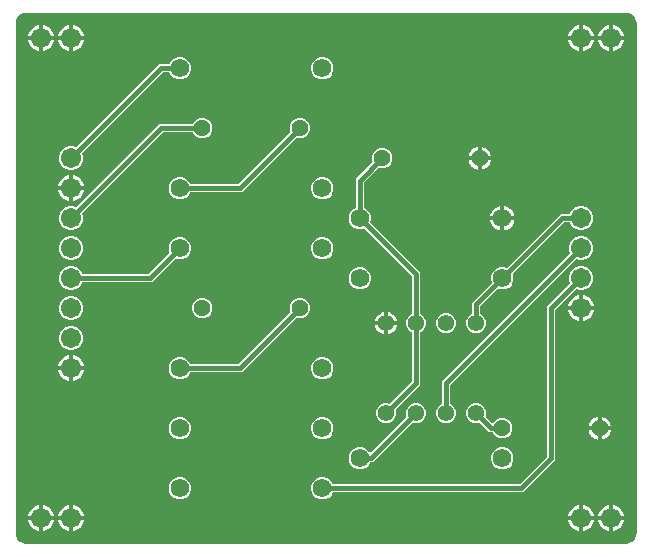
<source format=gbr>
G04 EAGLE Gerber RS-274X export*
G75*
%MOMM*%
%FSLAX34Y34*%
%LPD*%
%INTop Copper*%
%IPPOS*%
%AMOC8*
5,1,8,0,0,1.08239X$1,22.5*%
G01*
%ADD10C,1.430000*%
%ADD11C,1.705100*%
%ADD12C,1.580000*%
%ADD13C,1.386000*%
%ADD14C,0.406400*%

G36*
X520726Y3815D02*
X520726Y3815D01*
X520775Y3814D01*
X522360Y3971D01*
X522388Y3978D01*
X522416Y3978D01*
X522577Y4025D01*
X525507Y5238D01*
X525563Y5273D01*
X525623Y5299D01*
X525688Y5351D01*
X525716Y5368D01*
X525728Y5383D01*
X525754Y5404D01*
X527996Y7646D01*
X528035Y7699D01*
X528081Y7746D01*
X528121Y7819D01*
X528140Y7846D01*
X528146Y7864D01*
X528162Y7893D01*
X529375Y10823D01*
X529382Y10851D01*
X529395Y10876D01*
X529429Y11040D01*
X529586Y12625D01*
X529584Y12652D01*
X529589Y12700D01*
X529589Y444500D01*
X529585Y444526D01*
X529586Y444575D01*
X529429Y446160D01*
X529422Y446188D01*
X529422Y446216D01*
X529375Y446377D01*
X528162Y449307D01*
X528127Y449363D01*
X528101Y449423D01*
X528049Y449488D01*
X528032Y449516D01*
X528017Y449528D01*
X527996Y449554D01*
X525754Y451796D01*
X525701Y451835D01*
X525654Y451881D01*
X525581Y451921D01*
X525554Y451940D01*
X525536Y451946D01*
X525507Y451962D01*
X522577Y453175D01*
X522549Y453182D01*
X522524Y453195D01*
X522360Y453229D01*
X520775Y453386D01*
X520748Y453384D01*
X520700Y453389D01*
X12700Y453389D01*
X12674Y453385D01*
X12625Y453386D01*
X11040Y453229D01*
X11012Y453222D01*
X10984Y453222D01*
X10823Y453175D01*
X7893Y451962D01*
X7837Y451927D01*
X7777Y451901D01*
X7712Y451849D01*
X7684Y451832D01*
X7672Y451817D01*
X7646Y451796D01*
X5404Y449554D01*
X5365Y449501D01*
X5319Y449454D01*
X5279Y449381D01*
X5260Y449354D01*
X5254Y449336D01*
X5238Y449307D01*
X4025Y446377D01*
X4018Y446349D01*
X4005Y446324D01*
X4001Y446305D01*
X4000Y446302D01*
X3999Y446293D01*
X3971Y446160D01*
X3814Y444575D01*
X3816Y444548D01*
X3811Y444500D01*
X3811Y12700D01*
X3815Y12674D01*
X3814Y12625D01*
X3971Y11040D01*
X3978Y11012D01*
X3978Y10984D01*
X4025Y10823D01*
X5238Y7893D01*
X5273Y7837D01*
X5299Y7777D01*
X5351Y7712D01*
X5368Y7684D01*
X5383Y7672D01*
X5404Y7646D01*
X7646Y5404D01*
X7699Y5365D01*
X7746Y5319D01*
X7819Y5279D01*
X7846Y5260D01*
X7864Y5254D01*
X7893Y5238D01*
X10823Y4025D01*
X10851Y4018D01*
X10876Y4005D01*
X11040Y3971D01*
X12625Y3814D01*
X12652Y3816D01*
X12700Y3811D01*
X520700Y3811D01*
X520726Y3815D01*
G37*
%LPC*%
G36*
X261625Y41375D02*
X261625Y41375D01*
X258161Y42810D01*
X255510Y45461D01*
X254075Y48925D01*
X254075Y52675D01*
X255510Y56139D01*
X258161Y58790D01*
X261625Y60225D01*
X265375Y60225D01*
X268839Y58790D01*
X271490Y56139D01*
X272033Y54827D01*
X272095Y54727D01*
X272155Y54627D01*
X272160Y54623D01*
X272163Y54618D01*
X272254Y54543D01*
X272342Y54467D01*
X272348Y54465D01*
X272352Y54461D01*
X272461Y54419D01*
X272570Y54375D01*
X272577Y54374D01*
X272582Y54373D01*
X272600Y54372D01*
X272737Y54357D01*
X430011Y54357D01*
X430102Y54371D01*
X430192Y54379D01*
X430222Y54391D01*
X430254Y54396D01*
X430335Y54439D01*
X430419Y54475D01*
X430451Y54501D01*
X430472Y54512D01*
X430494Y54535D01*
X430550Y54580D01*
X453420Y77450D01*
X453473Y77524D01*
X453533Y77594D01*
X453545Y77624D01*
X453564Y77650D01*
X453591Y77737D01*
X453625Y77822D01*
X453629Y77863D01*
X453636Y77885D01*
X453635Y77917D01*
X453643Y77989D01*
X453643Y204673D01*
X473075Y224105D01*
X473142Y224199D01*
X473213Y224294D01*
X473215Y224300D01*
X473218Y224305D01*
X473253Y224416D01*
X473289Y224527D01*
X473289Y224534D01*
X473291Y224540D01*
X473288Y224657D01*
X473287Y224773D01*
X473285Y224781D01*
X473284Y224786D01*
X473278Y224803D01*
X473240Y224935D01*
X472550Y226601D01*
X472550Y230599D01*
X474080Y234293D01*
X476907Y237120D01*
X480601Y238650D01*
X484599Y238650D01*
X488293Y237120D01*
X491120Y234293D01*
X492650Y230599D01*
X492650Y226601D01*
X491120Y222907D01*
X488293Y220080D01*
X484599Y218550D01*
X480601Y218550D01*
X478935Y219240D01*
X478821Y219267D01*
X478707Y219295D01*
X478701Y219295D01*
X478695Y219296D01*
X478578Y219285D01*
X478462Y219276D01*
X478457Y219274D01*
X478450Y219273D01*
X478343Y219225D01*
X478236Y219180D01*
X478230Y219175D01*
X478225Y219173D01*
X478212Y219160D01*
X478105Y219075D01*
X460980Y201950D01*
X460927Y201876D01*
X460867Y201806D01*
X460855Y201776D01*
X460836Y201750D01*
X460809Y201663D01*
X460775Y201578D01*
X460771Y201537D01*
X460764Y201515D01*
X460765Y201483D01*
X460757Y201411D01*
X460757Y74727D01*
X433273Y47243D01*
X272737Y47243D01*
X272622Y47224D01*
X272506Y47207D01*
X272500Y47205D01*
X272494Y47204D01*
X272391Y47149D01*
X272286Y47096D01*
X272282Y47091D01*
X272277Y47088D01*
X272197Y47004D01*
X272114Y46920D01*
X272111Y46914D01*
X272107Y46910D01*
X272099Y46893D01*
X272033Y46773D01*
X271490Y45461D01*
X268839Y42810D01*
X265375Y41375D01*
X261625Y41375D01*
G37*
%LPD*%
%LPC*%
G36*
X315818Y105845D02*
X315818Y105845D01*
X312711Y107132D01*
X310332Y109511D01*
X309045Y112618D01*
X309045Y115982D01*
X310332Y119089D01*
X312711Y121468D01*
X315818Y122755D01*
X319182Y122755D01*
X319944Y122439D01*
X320058Y122412D01*
X320171Y122384D01*
X320178Y122384D01*
X320184Y122383D01*
X320300Y122394D01*
X320417Y122403D01*
X320422Y122405D01*
X320429Y122406D01*
X320536Y122454D01*
X320643Y122499D01*
X320649Y122504D01*
X320653Y122506D01*
X320667Y122518D01*
X320774Y122604D01*
X339120Y140950D01*
X339173Y141024D01*
X339233Y141094D01*
X339245Y141124D01*
X339264Y141150D01*
X339291Y141237D01*
X339325Y141322D01*
X339329Y141363D01*
X339336Y141385D01*
X339335Y141417D01*
X339343Y141489D01*
X339343Y182313D01*
X339324Y182428D01*
X339307Y182544D01*
X339305Y182550D01*
X339304Y182556D01*
X339249Y182659D01*
X339196Y182763D01*
X339191Y182768D01*
X339188Y182773D01*
X339104Y182853D01*
X339020Y182936D01*
X339014Y182939D01*
X339010Y182943D01*
X338993Y182951D01*
X338873Y183017D01*
X338111Y183332D01*
X335732Y185711D01*
X334445Y188818D01*
X334445Y192182D01*
X335732Y195289D01*
X338111Y197668D01*
X338873Y197983D01*
X338973Y198045D01*
X339009Y198067D01*
X339042Y198084D01*
X339047Y198089D01*
X339073Y198105D01*
X339077Y198110D01*
X339082Y198113D01*
X339157Y198203D01*
X339175Y198224D01*
X339212Y198263D01*
X339216Y198272D01*
X339233Y198292D01*
X339235Y198298D01*
X339239Y198303D01*
X339281Y198411D01*
X339284Y198418D01*
X339315Y198486D01*
X339317Y198500D01*
X339325Y198520D01*
X339326Y198528D01*
X339327Y198532D01*
X339328Y198550D01*
X339343Y198687D01*
X339343Y230011D01*
X339329Y230102D01*
X339321Y230192D01*
X339309Y230222D01*
X339304Y230254D01*
X339261Y230335D01*
X339225Y230419D01*
X339199Y230451D01*
X339188Y230472D01*
X339165Y230494D01*
X339120Y230550D01*
X299316Y270354D01*
X299222Y270421D01*
X299128Y270492D01*
X299122Y270494D01*
X299117Y270497D01*
X299006Y270531D01*
X298894Y270568D01*
X298887Y270568D01*
X298882Y270570D01*
X298765Y270567D01*
X298648Y270565D01*
X298641Y270563D01*
X298636Y270563D01*
X298618Y270557D01*
X298487Y270519D01*
X297175Y269975D01*
X293425Y269975D01*
X289961Y271410D01*
X287310Y274061D01*
X285875Y277525D01*
X285875Y281275D01*
X287310Y284739D01*
X289961Y287390D01*
X291273Y287933D01*
X291373Y287995D01*
X291473Y288055D01*
X291477Y288060D01*
X291482Y288063D01*
X291557Y288154D01*
X291633Y288242D01*
X291635Y288248D01*
X291639Y288252D01*
X291681Y288361D01*
X291725Y288470D01*
X291726Y288477D01*
X291727Y288482D01*
X291728Y288500D01*
X291743Y288637D01*
X291743Y312673D01*
X294050Y314980D01*
X305828Y326758D01*
X305896Y326853D01*
X305966Y326946D01*
X305968Y326952D01*
X305971Y326957D01*
X306006Y327069D01*
X306042Y327180D01*
X306042Y327187D01*
X306044Y327193D01*
X306041Y327309D01*
X306039Y327426D01*
X306037Y327433D01*
X306037Y327438D01*
X306031Y327456D01*
X305993Y327587D01*
X305625Y328474D01*
X305625Y331926D01*
X306946Y335114D01*
X309386Y337554D01*
X312574Y338875D01*
X316026Y338875D01*
X319214Y337554D01*
X321654Y335114D01*
X322975Y331926D01*
X322975Y328474D01*
X321654Y325286D01*
X319214Y322846D01*
X316026Y321525D01*
X312574Y321525D01*
X311687Y321893D01*
X311574Y321919D01*
X311460Y321948D01*
X311454Y321947D01*
X311448Y321949D01*
X311331Y321938D01*
X311215Y321929D01*
X311209Y321926D01*
X311203Y321926D01*
X311095Y321878D01*
X310989Y321833D01*
X310983Y321828D01*
X310978Y321826D01*
X310964Y321813D01*
X310858Y321728D01*
X299080Y309950D01*
X299027Y309876D01*
X298967Y309806D01*
X298955Y309776D01*
X298936Y309750D01*
X298909Y309663D01*
X298875Y309578D01*
X298871Y309537D01*
X298864Y309515D01*
X298865Y309483D01*
X298857Y309411D01*
X298857Y288637D01*
X298876Y288522D01*
X298893Y288406D01*
X298895Y288400D01*
X298896Y288394D01*
X298951Y288291D01*
X299004Y288186D01*
X299009Y288182D01*
X299012Y288177D01*
X299096Y288097D01*
X299180Y288014D01*
X299186Y288011D01*
X299190Y288007D01*
X299207Y287999D01*
X299327Y287933D01*
X300639Y287390D01*
X303290Y284739D01*
X304725Y281275D01*
X304725Y277525D01*
X304181Y276213D01*
X304155Y276100D01*
X304126Y275986D01*
X304127Y275980D01*
X304125Y275974D01*
X304136Y275857D01*
X304145Y275741D01*
X304148Y275735D01*
X304148Y275729D01*
X304196Y275621D01*
X304241Y275515D01*
X304246Y275509D01*
X304248Y275504D01*
X304261Y275490D01*
X304346Y275384D01*
X344150Y235580D01*
X346457Y233273D01*
X346457Y198687D01*
X346460Y198669D01*
X346458Y198651D01*
X346477Y198565D01*
X346493Y198456D01*
X346495Y198450D01*
X346496Y198444D01*
X346507Y198424D01*
X346510Y198411D01*
X346545Y198353D01*
X346551Y198341D01*
X346604Y198237D01*
X346609Y198232D01*
X346612Y198227D01*
X346632Y198208D01*
X346636Y198200D01*
X346672Y198169D01*
X346696Y198147D01*
X346780Y198064D01*
X346786Y198061D01*
X346790Y198057D01*
X346807Y198049D01*
X346821Y198041D01*
X346823Y198040D01*
X346827Y198038D01*
X346927Y197983D01*
X347689Y197668D01*
X350068Y195289D01*
X351355Y192182D01*
X351355Y188818D01*
X350068Y185711D01*
X347689Y183332D01*
X346927Y183017D01*
X346827Y182955D01*
X346727Y182895D01*
X346723Y182890D01*
X346718Y182887D01*
X346643Y182797D01*
X346567Y182708D01*
X346565Y182702D01*
X346561Y182697D01*
X346519Y182589D01*
X346475Y182480D01*
X346474Y182472D01*
X346473Y182468D01*
X346472Y182450D01*
X346457Y182313D01*
X346457Y138227D01*
X325804Y117574D01*
X325736Y117480D01*
X325666Y117385D01*
X325664Y117379D01*
X325660Y117374D01*
X325626Y117263D01*
X325590Y117151D01*
X325590Y117145D01*
X325588Y117139D01*
X325591Y117022D01*
X325592Y116905D01*
X325594Y116898D01*
X325594Y116893D01*
X325601Y116876D01*
X325639Y116744D01*
X325955Y115982D01*
X325955Y112618D01*
X324668Y109511D01*
X322289Y107132D01*
X319182Y105845D01*
X315818Y105845D01*
G37*
%LPD*%
%LPC*%
G36*
X366618Y105845D02*
X366618Y105845D01*
X363511Y107132D01*
X361132Y109511D01*
X359845Y112618D01*
X359845Y115982D01*
X361132Y119089D01*
X363511Y121468D01*
X364273Y121783D01*
X364373Y121845D01*
X364473Y121905D01*
X364477Y121910D01*
X364482Y121913D01*
X364557Y122003D01*
X364633Y122092D01*
X364635Y122098D01*
X364639Y122103D01*
X364681Y122211D01*
X364725Y122320D01*
X364726Y122328D01*
X364727Y122332D01*
X364728Y122350D01*
X364743Y122487D01*
X364743Y141173D01*
X473075Y249505D01*
X473142Y249599D01*
X473213Y249694D01*
X473215Y249700D01*
X473218Y249705D01*
X473253Y249816D01*
X473289Y249927D01*
X473289Y249934D01*
X473291Y249940D01*
X473288Y250057D01*
X473287Y250173D01*
X473285Y250181D01*
X473284Y250186D01*
X473278Y250203D01*
X473240Y250335D01*
X472550Y252001D01*
X472550Y255999D01*
X474080Y259693D01*
X476907Y262520D01*
X480601Y264050D01*
X484599Y264050D01*
X488293Y262520D01*
X491120Y259693D01*
X492650Y255999D01*
X492650Y252001D01*
X491120Y248307D01*
X488293Y245480D01*
X484599Y243950D01*
X480601Y243950D01*
X478935Y244640D01*
X478821Y244667D01*
X478707Y244695D01*
X478701Y244695D01*
X478695Y244696D01*
X478578Y244685D01*
X478462Y244676D01*
X478457Y244674D01*
X478450Y244673D01*
X478343Y244625D01*
X478236Y244580D01*
X478230Y244575D01*
X478225Y244573D01*
X478212Y244560D01*
X478105Y244475D01*
X372080Y138450D01*
X372027Y138376D01*
X371967Y138306D01*
X371955Y138276D01*
X371936Y138250D01*
X371909Y138163D01*
X371875Y138078D01*
X371871Y138037D01*
X371864Y138015D01*
X371865Y137983D01*
X371857Y137911D01*
X371857Y122487D01*
X371876Y122372D01*
X371893Y122256D01*
X371895Y122250D01*
X371896Y122244D01*
X371951Y122141D01*
X372004Y122037D01*
X372009Y122032D01*
X372012Y122027D01*
X372096Y121947D01*
X372180Y121864D01*
X372186Y121861D01*
X372190Y121857D01*
X372207Y121849D01*
X372327Y121783D01*
X373089Y121468D01*
X375468Y119089D01*
X376755Y115982D01*
X376755Y112618D01*
X375468Y109511D01*
X373089Y107132D01*
X369982Y105845D01*
X366618Y105845D01*
G37*
%LPD*%
%LPC*%
G36*
X392018Y182045D02*
X392018Y182045D01*
X388911Y183332D01*
X386532Y185711D01*
X385245Y188818D01*
X385245Y192182D01*
X386532Y195289D01*
X388911Y197668D01*
X389673Y197983D01*
X389773Y198045D01*
X389809Y198067D01*
X389842Y198084D01*
X389847Y198089D01*
X389873Y198105D01*
X389877Y198110D01*
X389882Y198113D01*
X389957Y198203D01*
X389975Y198224D01*
X390012Y198263D01*
X390016Y198272D01*
X390033Y198292D01*
X390035Y198298D01*
X390039Y198303D01*
X390081Y198411D01*
X390084Y198418D01*
X390115Y198486D01*
X390117Y198500D01*
X390125Y198520D01*
X390126Y198528D01*
X390127Y198532D01*
X390128Y198550D01*
X390143Y198687D01*
X390143Y207873D01*
X406854Y224584D01*
X406921Y224678D01*
X406992Y224772D01*
X406994Y224778D01*
X406997Y224783D01*
X407031Y224894D01*
X407068Y225006D01*
X407068Y225013D01*
X407070Y225018D01*
X407067Y225135D01*
X407065Y225252D01*
X407063Y225259D01*
X407063Y225264D01*
X407057Y225282D01*
X407019Y225413D01*
X406475Y226725D01*
X406475Y230475D01*
X407910Y233939D01*
X410561Y236590D01*
X414025Y238025D01*
X417775Y238025D01*
X419087Y237481D01*
X419200Y237455D01*
X419314Y237426D01*
X419320Y237427D01*
X419326Y237425D01*
X419443Y237436D01*
X419559Y237445D01*
X419565Y237448D01*
X419571Y237448D01*
X419679Y237496D01*
X419785Y237541D01*
X419791Y237546D01*
X419796Y237548D01*
X419810Y237561D01*
X419916Y237646D01*
X462920Y280650D01*
X465227Y282957D01*
X472686Y282957D01*
X472801Y282976D01*
X472917Y282993D01*
X472923Y282995D01*
X472929Y282996D01*
X473032Y283051D01*
X473136Y283104D01*
X473141Y283109D01*
X473146Y283112D01*
X473226Y283196D01*
X473309Y283280D01*
X473312Y283286D01*
X473316Y283290D01*
X473324Y283307D01*
X473390Y283427D01*
X474080Y285093D01*
X476907Y287920D01*
X480601Y289450D01*
X484599Y289450D01*
X488293Y287920D01*
X491120Y285093D01*
X492650Y281399D01*
X492650Y277401D01*
X491120Y273707D01*
X488293Y270880D01*
X484599Y269350D01*
X480601Y269350D01*
X476907Y270880D01*
X474080Y273707D01*
X473390Y275373D01*
X473328Y275473D01*
X473268Y275573D01*
X473263Y275577D01*
X473260Y275582D01*
X473169Y275657D01*
X473081Y275733D01*
X473075Y275735D01*
X473071Y275739D01*
X472962Y275781D01*
X472853Y275825D01*
X472845Y275826D01*
X472841Y275827D01*
X472823Y275828D01*
X472686Y275843D01*
X468489Y275843D01*
X468398Y275829D01*
X468308Y275821D01*
X468278Y275809D01*
X468246Y275804D01*
X468165Y275761D01*
X468081Y275725D01*
X468049Y275699D01*
X468028Y275688D01*
X468006Y275665D01*
X467950Y275620D01*
X424946Y232616D01*
X424879Y232522D01*
X424808Y232428D01*
X424806Y232422D01*
X424803Y232417D01*
X424769Y232306D01*
X424732Y232194D01*
X424732Y232187D01*
X424730Y232182D01*
X424733Y232065D01*
X424735Y231948D01*
X424737Y231941D01*
X424737Y231936D01*
X424743Y231918D01*
X424781Y231787D01*
X425325Y230475D01*
X425325Y226725D01*
X423890Y223261D01*
X421239Y220610D01*
X417775Y219175D01*
X414025Y219175D01*
X412713Y219719D01*
X412600Y219745D01*
X412486Y219774D01*
X412480Y219773D01*
X412474Y219775D01*
X412357Y219764D01*
X412241Y219755D01*
X412235Y219752D01*
X412229Y219752D01*
X412121Y219704D01*
X412015Y219659D01*
X412009Y219654D01*
X412004Y219652D01*
X411990Y219639D01*
X411884Y219554D01*
X397480Y205150D01*
X397427Y205076D01*
X397367Y205006D01*
X397355Y204976D01*
X397336Y204950D01*
X397309Y204863D01*
X397275Y204778D01*
X397271Y204737D01*
X397264Y204715D01*
X397265Y204683D01*
X397257Y204611D01*
X397257Y198687D01*
X397260Y198669D01*
X397258Y198651D01*
X397277Y198565D01*
X397293Y198456D01*
X397295Y198450D01*
X397296Y198444D01*
X397307Y198424D01*
X397310Y198411D01*
X397345Y198353D01*
X397351Y198341D01*
X397404Y198237D01*
X397409Y198232D01*
X397412Y198227D01*
X397432Y198208D01*
X397436Y198200D01*
X397472Y198169D01*
X397496Y198147D01*
X397580Y198064D01*
X397586Y198061D01*
X397590Y198057D01*
X397607Y198049D01*
X397621Y198041D01*
X397623Y198040D01*
X397627Y198038D01*
X397727Y197983D01*
X398489Y197668D01*
X400868Y195289D01*
X402155Y192182D01*
X402155Y188818D01*
X400868Y185711D01*
X398489Y183332D01*
X395382Y182045D01*
X392018Y182045D01*
G37*
%LPD*%
%LPC*%
G36*
X48801Y269350D02*
X48801Y269350D01*
X45107Y270880D01*
X42280Y273707D01*
X40750Y277401D01*
X40750Y281399D01*
X42280Y285093D01*
X45107Y287920D01*
X48801Y289450D01*
X52799Y289450D01*
X54465Y288760D01*
X54579Y288733D01*
X54693Y288705D01*
X54699Y288705D01*
X54705Y288704D01*
X54821Y288715D01*
X54938Y288724D01*
X54943Y288726D01*
X54950Y288727D01*
X55057Y288775D01*
X55164Y288820D01*
X55170Y288825D01*
X55175Y288827D01*
X55188Y288840D01*
X55295Y288925D01*
X123220Y356850D01*
X125527Y359157D01*
X153475Y359157D01*
X153590Y359176D01*
X153706Y359193D01*
X153712Y359195D01*
X153718Y359196D01*
X153820Y359251D01*
X153925Y359304D01*
X153930Y359309D01*
X153935Y359312D01*
X154015Y359396D01*
X154098Y359480D01*
X154101Y359486D01*
X154105Y359490D01*
X154112Y359507D01*
X154178Y359627D01*
X154546Y360514D01*
X156986Y362954D01*
X160174Y364275D01*
X163626Y364275D01*
X166814Y362954D01*
X169254Y360514D01*
X170575Y357326D01*
X170575Y353874D01*
X169254Y350686D01*
X166814Y348246D01*
X163626Y346925D01*
X160174Y346925D01*
X156986Y348246D01*
X154546Y350686D01*
X154178Y351573D01*
X154117Y351673D01*
X154057Y351773D01*
X154052Y351777D01*
X154049Y351782D01*
X153959Y351857D01*
X153870Y351933D01*
X153864Y351935D01*
X153859Y351939D01*
X153751Y351981D01*
X153642Y352025D01*
X153634Y352026D01*
X153630Y352027D01*
X153611Y352028D01*
X153475Y352043D01*
X128789Y352043D01*
X128698Y352029D01*
X128608Y352021D01*
X128578Y352009D01*
X128546Y352004D01*
X128465Y351961D01*
X128381Y351925D01*
X128349Y351899D01*
X128328Y351888D01*
X128306Y351865D01*
X128250Y351820D01*
X60325Y283895D01*
X60257Y283800D01*
X60187Y283706D01*
X60185Y283700D01*
X60181Y283695D01*
X60147Y283584D01*
X60111Y283472D01*
X60111Y283466D01*
X60109Y283460D01*
X60112Y283343D01*
X60113Y283227D01*
X60115Y283219D01*
X60115Y283214D01*
X60122Y283197D01*
X60160Y283065D01*
X60850Y281399D01*
X60850Y277401D01*
X59320Y273707D01*
X56493Y270880D01*
X52799Y269350D01*
X48801Y269350D01*
G37*
%LPD*%
%LPC*%
G36*
X48801Y320150D02*
X48801Y320150D01*
X45107Y321680D01*
X42280Y324507D01*
X40750Y328201D01*
X40750Y332199D01*
X42280Y335893D01*
X45107Y338720D01*
X48801Y340250D01*
X52799Y340250D01*
X54465Y339560D01*
X54532Y339544D01*
X54542Y339540D01*
X54555Y339539D01*
X54579Y339533D01*
X54693Y339505D01*
X54699Y339505D01*
X54705Y339504D01*
X54822Y339515D01*
X54938Y339524D01*
X54944Y339526D01*
X54950Y339527D01*
X55057Y339575D01*
X55164Y339620D01*
X55170Y339625D01*
X55175Y339627D01*
X55188Y339640D01*
X55231Y339674D01*
X55237Y339677D01*
X55243Y339684D01*
X55295Y339725D01*
X123220Y407650D01*
X125527Y409957D01*
X133663Y409957D01*
X133778Y409976D01*
X133894Y409993D01*
X133900Y409995D01*
X133906Y409996D01*
X134009Y410051D01*
X134114Y410104D01*
X134118Y410109D01*
X134123Y410112D01*
X134203Y410196D01*
X134286Y410280D01*
X134289Y410286D01*
X134293Y410290D01*
X134301Y410307D01*
X134367Y410427D01*
X134910Y411739D01*
X137561Y414390D01*
X141025Y415825D01*
X144775Y415825D01*
X148239Y414390D01*
X150890Y411739D01*
X152325Y408275D01*
X152325Y404525D01*
X150890Y401061D01*
X148239Y398410D01*
X144775Y396975D01*
X141025Y396975D01*
X137561Y398410D01*
X134910Y401061D01*
X134367Y402373D01*
X134305Y402473D01*
X134245Y402573D01*
X134240Y402577D01*
X134237Y402582D01*
X134146Y402657D01*
X134058Y402733D01*
X134052Y402735D01*
X134048Y402739D01*
X133939Y402781D01*
X133830Y402825D01*
X133823Y402826D01*
X133818Y402827D01*
X133800Y402828D01*
X133663Y402843D01*
X128789Y402843D01*
X128698Y402829D01*
X128608Y402821D01*
X128578Y402809D01*
X128546Y402804D01*
X128465Y402761D01*
X128381Y402725D01*
X128349Y402699D01*
X128328Y402688D01*
X128306Y402665D01*
X128250Y402620D01*
X60325Y334695D01*
X60278Y334629D01*
X60270Y334621D01*
X60267Y334614D01*
X60258Y334601D01*
X60187Y334506D01*
X60185Y334500D01*
X60182Y334495D01*
X60147Y334385D01*
X60111Y334273D01*
X60111Y334266D01*
X60109Y334260D01*
X60112Y334143D01*
X60113Y334027D01*
X60115Y334019D01*
X60116Y334014D01*
X60122Y333997D01*
X60160Y333865D01*
X60850Y332199D01*
X60850Y328201D01*
X59320Y324507D01*
X56493Y321680D01*
X52799Y320150D01*
X48801Y320150D01*
G37*
%LPD*%
%LPC*%
G36*
X141025Y295375D02*
X141025Y295375D01*
X137561Y296810D01*
X134910Y299461D01*
X133475Y302925D01*
X133475Y306675D01*
X134910Y310139D01*
X137561Y312790D01*
X141025Y314225D01*
X144775Y314225D01*
X148239Y312790D01*
X150890Y310139D01*
X151433Y308827D01*
X151495Y308727D01*
X151555Y308627D01*
X151560Y308623D01*
X151563Y308618D01*
X151653Y308543D01*
X151742Y308467D01*
X151748Y308465D01*
X151752Y308461D01*
X151861Y308419D01*
X151970Y308375D01*
X151978Y308374D01*
X151982Y308373D01*
X152000Y308372D01*
X152137Y308357D01*
X191911Y308357D01*
X192002Y308371D01*
X192092Y308379D01*
X192122Y308391D01*
X192154Y308396D01*
X192235Y308439D01*
X192319Y308475D01*
X192351Y308501D01*
X192372Y308512D01*
X192394Y308535D01*
X192450Y308580D01*
X236028Y352158D01*
X236096Y352253D01*
X236166Y352346D01*
X236168Y352352D01*
X236171Y352357D01*
X236206Y352469D01*
X236242Y352580D01*
X236242Y352587D01*
X236244Y352593D01*
X236241Y352709D01*
X236239Y352826D01*
X236237Y352833D01*
X236237Y352838D01*
X236231Y352856D01*
X236193Y352987D01*
X235825Y353874D01*
X235825Y357326D01*
X237146Y360514D01*
X239586Y362954D01*
X242774Y364275D01*
X246226Y364275D01*
X249414Y362954D01*
X251854Y360514D01*
X253175Y357326D01*
X253175Y353874D01*
X251854Y350686D01*
X249414Y348246D01*
X246226Y346925D01*
X242774Y346925D01*
X241887Y347293D01*
X241774Y347319D01*
X241660Y347348D01*
X241654Y347347D01*
X241648Y347349D01*
X241531Y347338D01*
X241415Y347329D01*
X241409Y347326D01*
X241403Y347326D01*
X241295Y347278D01*
X241189Y347233D01*
X241183Y347228D01*
X241178Y347226D01*
X241164Y347213D01*
X241058Y347128D01*
X197480Y303550D01*
X195173Y301243D01*
X152137Y301243D01*
X152022Y301224D01*
X151906Y301207D01*
X151900Y301205D01*
X151894Y301204D01*
X151791Y301149D01*
X151686Y301096D01*
X151682Y301091D01*
X151677Y301088D01*
X151597Y301004D01*
X151514Y300920D01*
X151511Y300914D01*
X151507Y300910D01*
X151499Y300893D01*
X151433Y300773D01*
X150890Y299461D01*
X148239Y296810D01*
X144775Y295375D01*
X141025Y295375D01*
G37*
%LPD*%
%LPC*%
G36*
X141025Y142975D02*
X141025Y142975D01*
X137561Y144410D01*
X134910Y147061D01*
X133475Y150525D01*
X133475Y154275D01*
X134910Y157739D01*
X137561Y160390D01*
X141025Y161825D01*
X144775Y161825D01*
X148239Y160390D01*
X150890Y157739D01*
X151433Y156427D01*
X151495Y156327D01*
X151555Y156227D01*
X151560Y156223D01*
X151563Y156218D01*
X151654Y156143D01*
X151742Y156067D01*
X151748Y156065D01*
X151752Y156061D01*
X151861Y156019D01*
X151970Y155975D01*
X151977Y155974D01*
X151982Y155973D01*
X152000Y155972D01*
X152137Y155957D01*
X191911Y155957D01*
X192002Y155971D01*
X192092Y155979D01*
X192122Y155991D01*
X192154Y155996D01*
X192235Y156039D01*
X192319Y156075D01*
X192351Y156101D01*
X192372Y156112D01*
X192394Y156135D01*
X192450Y156180D01*
X236028Y199758D01*
X236096Y199853D01*
X236166Y199946D01*
X236168Y199952D01*
X236171Y199957D01*
X236206Y200069D01*
X236242Y200180D01*
X236242Y200187D01*
X236244Y200193D01*
X236241Y200309D01*
X236239Y200426D01*
X236237Y200433D01*
X236237Y200438D01*
X236231Y200456D01*
X236193Y200587D01*
X235825Y201474D01*
X235825Y204926D01*
X237146Y208114D01*
X239586Y210554D01*
X242774Y211875D01*
X246226Y211875D01*
X249414Y210554D01*
X251854Y208114D01*
X253175Y204926D01*
X253175Y201474D01*
X251854Y198286D01*
X249414Y195846D01*
X246226Y194525D01*
X242774Y194525D01*
X241887Y194893D01*
X241774Y194919D01*
X241660Y194948D01*
X241654Y194947D01*
X241648Y194949D01*
X241531Y194938D01*
X241415Y194929D01*
X241409Y194926D01*
X241403Y194926D01*
X241295Y194878D01*
X241189Y194833D01*
X241183Y194828D01*
X241178Y194826D01*
X241164Y194813D01*
X241058Y194728D01*
X197480Y151150D01*
X195173Y148843D01*
X152137Y148843D01*
X152022Y148824D01*
X151906Y148807D01*
X151900Y148805D01*
X151894Y148804D01*
X151791Y148749D01*
X151686Y148696D01*
X151682Y148691D01*
X151677Y148688D01*
X151597Y148604D01*
X151514Y148520D01*
X151511Y148514D01*
X151507Y148510D01*
X151499Y148493D01*
X151433Y148373D01*
X150890Y147061D01*
X148239Y144410D01*
X144775Y142975D01*
X141025Y142975D01*
G37*
%LPD*%
%LPC*%
G36*
X48801Y218550D02*
X48801Y218550D01*
X45107Y220080D01*
X42280Y222907D01*
X40750Y226601D01*
X40750Y230599D01*
X42280Y234293D01*
X45107Y237120D01*
X48801Y238650D01*
X52799Y238650D01*
X56493Y237120D01*
X59320Y234293D01*
X60010Y232627D01*
X60072Y232527D01*
X60132Y232427D01*
X60137Y232423D01*
X60140Y232418D01*
X60231Y232343D01*
X60319Y232267D01*
X60325Y232265D01*
X60329Y232261D01*
X60438Y232219D01*
X60547Y232175D01*
X60555Y232174D01*
X60559Y232173D01*
X60577Y232172D01*
X60714Y232157D01*
X115711Y232157D01*
X115802Y232171D01*
X115892Y232179D01*
X115922Y232191D01*
X115954Y232196D01*
X116035Y232239D01*
X116119Y232275D01*
X116151Y232301D01*
X116172Y232312D01*
X116194Y232335D01*
X116250Y232380D01*
X133854Y249984D01*
X133921Y250078D01*
X133992Y250172D01*
X133994Y250178D01*
X133997Y250183D01*
X134031Y250294D01*
X134068Y250406D01*
X134068Y250413D01*
X134070Y250418D01*
X134067Y250535D01*
X134065Y250652D01*
X134063Y250659D01*
X134063Y250664D01*
X134057Y250682D01*
X134019Y250813D01*
X133475Y252125D01*
X133475Y255875D01*
X134910Y259339D01*
X137561Y261990D01*
X141025Y263425D01*
X144775Y263425D01*
X148239Y261990D01*
X150890Y259339D01*
X152325Y255875D01*
X152325Y252125D01*
X150890Y248661D01*
X148239Y246010D01*
X144775Y244575D01*
X141025Y244575D01*
X139713Y245119D01*
X139600Y245145D01*
X139486Y245174D01*
X139480Y245173D01*
X139474Y245175D01*
X139357Y245164D01*
X139241Y245155D01*
X139235Y245152D01*
X139229Y245152D01*
X139121Y245104D01*
X139015Y245059D01*
X139009Y245054D01*
X139004Y245052D01*
X138990Y245039D01*
X138884Y244954D01*
X118973Y225043D01*
X60714Y225043D01*
X60599Y225024D01*
X60483Y225007D01*
X60477Y225005D01*
X60471Y225004D01*
X60368Y224949D01*
X60264Y224896D01*
X60259Y224891D01*
X60254Y224888D01*
X60174Y224804D01*
X60091Y224720D01*
X60088Y224714D01*
X60084Y224710D01*
X60076Y224693D01*
X60010Y224573D01*
X59320Y222907D01*
X56493Y220080D01*
X52799Y218550D01*
X48801Y218550D01*
G37*
%LPD*%
%LPC*%
G36*
X293425Y66775D02*
X293425Y66775D01*
X289961Y68210D01*
X287310Y70861D01*
X285875Y74325D01*
X285875Y78075D01*
X287310Y81539D01*
X289961Y84190D01*
X293425Y85625D01*
X297175Y85625D01*
X300639Y84190D01*
X303290Y81539D01*
X303387Y81305D01*
X303411Y81266D01*
X303427Y81223D01*
X303475Y81162D01*
X303516Y81096D01*
X303552Y81067D01*
X303580Y81031D01*
X303646Y80989D01*
X303706Y80939D01*
X303748Y80923D01*
X303787Y80898D01*
X303863Y80879D01*
X303935Y80851D01*
X303981Y80849D01*
X304026Y80838D01*
X304103Y80844D01*
X304181Y80841D01*
X304225Y80853D01*
X304271Y80857D01*
X304342Y80887D01*
X304417Y80909D01*
X304455Y80935D01*
X304497Y80953D01*
X304604Y81039D01*
X304619Y81049D01*
X304622Y81053D01*
X304628Y81058D01*
X334596Y111026D01*
X334664Y111121D01*
X334734Y111215D01*
X334736Y111221D01*
X334740Y111226D01*
X334773Y111336D01*
X334810Y111449D01*
X334810Y111455D01*
X334812Y111461D01*
X334809Y111578D01*
X334808Y111695D01*
X334806Y111702D01*
X334806Y111707D01*
X334799Y111724D01*
X334761Y111856D01*
X334445Y112618D01*
X334445Y115982D01*
X335732Y119089D01*
X338111Y121468D01*
X341218Y122755D01*
X344582Y122755D01*
X347689Y121468D01*
X350068Y119089D01*
X351355Y115982D01*
X351355Y112618D01*
X350068Y109511D01*
X347689Y107132D01*
X344582Y105845D01*
X341218Y105845D01*
X340456Y106161D01*
X340342Y106188D01*
X340229Y106216D01*
X340222Y106216D01*
X340216Y106217D01*
X340100Y106206D01*
X339983Y106197D01*
X339978Y106195D01*
X339971Y106194D01*
X339864Y106146D01*
X339757Y106101D01*
X339751Y106096D01*
X339747Y106094D01*
X339733Y106082D01*
X339626Y105996D01*
X306273Y72643D01*
X304537Y72643D01*
X304422Y72624D01*
X304306Y72607D01*
X304300Y72605D01*
X304294Y72604D01*
X304191Y72549D01*
X304086Y72496D01*
X304082Y72491D01*
X304077Y72488D01*
X303997Y72404D01*
X303914Y72320D01*
X303911Y72314D01*
X303907Y72310D01*
X303899Y72293D01*
X303833Y72173D01*
X303290Y70861D01*
X300639Y68210D01*
X297175Y66775D01*
X293425Y66775D01*
G37*
%LPD*%
%LPC*%
G36*
X414174Y92925D02*
X414174Y92925D01*
X410986Y94246D01*
X408546Y96686D01*
X408178Y97573D01*
X408117Y97673D01*
X408057Y97773D01*
X408052Y97777D01*
X408049Y97782D01*
X407959Y97857D01*
X407870Y97933D01*
X407864Y97935D01*
X407859Y97939D01*
X407751Y97981D01*
X407642Y98025D01*
X407634Y98026D01*
X407630Y98027D01*
X407611Y98028D01*
X407475Y98043D01*
X404927Y98043D01*
X396974Y105996D01*
X396880Y106064D01*
X396785Y106134D01*
X396779Y106136D01*
X396774Y106140D01*
X396663Y106174D01*
X396551Y106210D01*
X396545Y106210D01*
X396539Y106212D01*
X396422Y106209D01*
X396305Y106208D01*
X396298Y106206D01*
X396293Y106206D01*
X396276Y106199D01*
X396144Y106161D01*
X395382Y105845D01*
X392018Y105845D01*
X388911Y107132D01*
X386532Y109511D01*
X385245Y112618D01*
X385245Y115982D01*
X386532Y119089D01*
X388911Y121468D01*
X392018Y122755D01*
X395382Y122755D01*
X398489Y121468D01*
X400868Y119089D01*
X402155Y115982D01*
X402155Y112618D01*
X401839Y111856D01*
X401812Y111742D01*
X401784Y111629D01*
X401784Y111622D01*
X401783Y111616D01*
X401794Y111499D01*
X401803Y111383D01*
X401805Y111378D01*
X401806Y111371D01*
X401854Y111264D01*
X401899Y111157D01*
X401904Y111151D01*
X401906Y111147D01*
X401918Y111133D01*
X402004Y111026D01*
X407146Y105884D01*
X407183Y105857D01*
X407214Y105824D01*
X407282Y105786D01*
X407346Y105741D01*
X407389Y105727D01*
X407430Y105705D01*
X407506Y105691D01*
X407581Y105668D01*
X407626Y105669D01*
X407672Y105661D01*
X407749Y105673D01*
X407827Y105675D01*
X407870Y105690D01*
X407915Y105697D01*
X407984Y105732D01*
X408058Y105759D01*
X408093Y105788D01*
X408134Y105809D01*
X408189Y105864D01*
X408250Y105913D01*
X408274Y105951D01*
X408307Y105984D01*
X408372Y106104D01*
X408383Y106120D01*
X408384Y106125D01*
X408387Y106131D01*
X408546Y106514D01*
X410986Y108954D01*
X414174Y110275D01*
X417626Y110275D01*
X420814Y108954D01*
X423254Y106514D01*
X424575Y103326D01*
X424575Y99874D01*
X423254Y96686D01*
X420814Y94246D01*
X417626Y92925D01*
X414174Y92925D01*
G37*
%LPD*%
%LPC*%
G36*
X48801Y167750D02*
X48801Y167750D01*
X45107Y169280D01*
X42280Y172107D01*
X40750Y175801D01*
X40750Y179799D01*
X42280Y183493D01*
X45107Y186320D01*
X48801Y187850D01*
X52799Y187850D01*
X56493Y186320D01*
X59320Y183493D01*
X60850Y179799D01*
X60850Y175801D01*
X59320Y172107D01*
X56493Y169280D01*
X52799Y167750D01*
X48801Y167750D01*
G37*
%LPD*%
%LPC*%
G36*
X48801Y193150D02*
X48801Y193150D01*
X45107Y194680D01*
X42280Y197507D01*
X40750Y201201D01*
X40750Y205199D01*
X42280Y208893D01*
X45107Y211720D01*
X48801Y213250D01*
X52799Y213250D01*
X56493Y211720D01*
X59320Y208893D01*
X60850Y205199D01*
X60850Y201201D01*
X59320Y197507D01*
X56493Y194680D01*
X52799Y193150D01*
X48801Y193150D01*
G37*
%LPD*%
%LPC*%
G36*
X48801Y243950D02*
X48801Y243950D01*
X45107Y245480D01*
X42280Y248307D01*
X40750Y252001D01*
X40750Y255999D01*
X42280Y259693D01*
X45107Y262520D01*
X48801Y264050D01*
X52799Y264050D01*
X56493Y262520D01*
X59320Y259693D01*
X60850Y255999D01*
X60850Y252001D01*
X59320Y248307D01*
X56493Y245480D01*
X52799Y243950D01*
X48801Y243950D01*
G37*
%LPD*%
%LPC*%
G36*
X261625Y244575D02*
X261625Y244575D01*
X258161Y246010D01*
X255510Y248661D01*
X254075Y252125D01*
X254075Y255875D01*
X255510Y259339D01*
X258161Y261990D01*
X261625Y263425D01*
X265375Y263425D01*
X268839Y261990D01*
X271490Y259339D01*
X272925Y255875D01*
X272925Y252125D01*
X271490Y248661D01*
X268839Y246010D01*
X265375Y244575D01*
X261625Y244575D01*
G37*
%LPD*%
%LPC*%
G36*
X141025Y41375D02*
X141025Y41375D01*
X137561Y42810D01*
X134910Y45461D01*
X133475Y48925D01*
X133475Y52675D01*
X134910Y56139D01*
X137561Y58790D01*
X141025Y60225D01*
X144775Y60225D01*
X148239Y58790D01*
X150890Y56139D01*
X152325Y52675D01*
X152325Y48925D01*
X150890Y45461D01*
X148239Y42810D01*
X144775Y41375D01*
X141025Y41375D01*
G37*
%LPD*%
%LPC*%
G36*
X261625Y396975D02*
X261625Y396975D01*
X258161Y398410D01*
X255510Y401061D01*
X254075Y404525D01*
X254075Y408275D01*
X255510Y411739D01*
X258161Y414390D01*
X261625Y415825D01*
X265375Y415825D01*
X268839Y414390D01*
X271490Y411739D01*
X272925Y408275D01*
X272925Y404525D01*
X271490Y401061D01*
X268839Y398410D01*
X265375Y396975D01*
X261625Y396975D01*
G37*
%LPD*%
%LPC*%
G36*
X414025Y66775D02*
X414025Y66775D01*
X410561Y68210D01*
X407910Y70861D01*
X406475Y74325D01*
X406475Y78075D01*
X407910Y81539D01*
X410561Y84190D01*
X414025Y85625D01*
X417775Y85625D01*
X421239Y84190D01*
X423890Y81539D01*
X425325Y78075D01*
X425325Y74325D01*
X423890Y70861D01*
X421239Y68210D01*
X417775Y66775D01*
X414025Y66775D01*
G37*
%LPD*%
%LPC*%
G36*
X141025Y92175D02*
X141025Y92175D01*
X137561Y93610D01*
X134910Y96261D01*
X133475Y99725D01*
X133475Y103475D01*
X134910Y106939D01*
X137561Y109590D01*
X141025Y111025D01*
X144775Y111025D01*
X148239Y109590D01*
X150890Y106939D01*
X152325Y103475D01*
X152325Y99725D01*
X150890Y96261D01*
X148239Y93610D01*
X144775Y92175D01*
X141025Y92175D01*
G37*
%LPD*%
%LPC*%
G36*
X261625Y92175D02*
X261625Y92175D01*
X258161Y93610D01*
X255510Y96261D01*
X254075Y99725D01*
X254075Y103475D01*
X255510Y106939D01*
X258161Y109590D01*
X261625Y111025D01*
X265375Y111025D01*
X268839Y109590D01*
X271490Y106939D01*
X272925Y103475D01*
X272925Y99725D01*
X271490Y96261D01*
X268839Y93610D01*
X265375Y92175D01*
X261625Y92175D01*
G37*
%LPD*%
%LPC*%
G36*
X261625Y142975D02*
X261625Y142975D01*
X258161Y144410D01*
X255510Y147061D01*
X254075Y150525D01*
X254075Y154275D01*
X255510Y157739D01*
X258161Y160390D01*
X261625Y161825D01*
X265375Y161825D01*
X268839Y160390D01*
X271490Y157739D01*
X272925Y154275D01*
X272925Y150525D01*
X271490Y147061D01*
X268839Y144410D01*
X265375Y142975D01*
X261625Y142975D01*
G37*
%LPD*%
%LPC*%
G36*
X261625Y295375D02*
X261625Y295375D01*
X258161Y296810D01*
X255510Y299461D01*
X254075Y302925D01*
X254075Y306675D01*
X255510Y310139D01*
X258161Y312790D01*
X261625Y314225D01*
X265375Y314225D01*
X268839Y312790D01*
X271490Y310139D01*
X272925Y306675D01*
X272925Y302925D01*
X271490Y299461D01*
X268839Y296810D01*
X265375Y295375D01*
X261625Y295375D01*
G37*
%LPD*%
%LPC*%
G36*
X293425Y219175D02*
X293425Y219175D01*
X289961Y220610D01*
X287310Y223261D01*
X285875Y226725D01*
X285875Y230475D01*
X287310Y233939D01*
X289961Y236590D01*
X293425Y238025D01*
X297175Y238025D01*
X300639Y236590D01*
X303290Y233939D01*
X304725Y230475D01*
X304725Y226725D01*
X303290Y223261D01*
X300639Y220610D01*
X297175Y219175D01*
X293425Y219175D01*
G37*
%LPD*%
%LPC*%
G36*
X160174Y194525D02*
X160174Y194525D01*
X156986Y195846D01*
X154546Y198286D01*
X153225Y201474D01*
X153225Y204926D01*
X154546Y208114D01*
X156986Y210554D01*
X160174Y211875D01*
X163626Y211875D01*
X166814Y210554D01*
X169254Y208114D01*
X170575Y204926D01*
X170575Y201474D01*
X169254Y198286D01*
X166814Y195846D01*
X163626Y194525D01*
X160174Y194525D01*
G37*
%LPD*%
%LPC*%
G36*
X366618Y182045D02*
X366618Y182045D01*
X363511Y183332D01*
X361132Y185711D01*
X359845Y188818D01*
X359845Y192182D01*
X361132Y195289D01*
X363511Y197668D01*
X366618Y198955D01*
X369982Y198955D01*
X373089Y197668D01*
X375468Y195289D01*
X376755Y192182D01*
X376755Y188818D01*
X375468Y185711D01*
X373089Y183332D01*
X369982Y182045D01*
X366618Y182045D01*
G37*
%LPD*%
%LPC*%
G36*
X26923Y433323D02*
X26923Y433323D01*
X26923Y442763D01*
X27991Y442594D01*
X29648Y442055D01*
X31200Y441265D01*
X32609Y440241D01*
X33841Y439009D01*
X34865Y437600D01*
X35655Y436048D01*
X36194Y434391D01*
X36363Y433323D01*
X26923Y433323D01*
G37*
%LPD*%
%LPC*%
G36*
X509523Y433323D02*
X509523Y433323D01*
X509523Y442763D01*
X510591Y442594D01*
X512248Y442055D01*
X513800Y441265D01*
X515209Y440241D01*
X516441Y439009D01*
X517465Y437600D01*
X518255Y436048D01*
X518794Y434391D01*
X518963Y433323D01*
X509523Y433323D01*
G37*
%LPD*%
%LPC*%
G36*
X484123Y433323D02*
X484123Y433323D01*
X484123Y442763D01*
X485191Y442594D01*
X486848Y442055D01*
X488400Y441265D01*
X489809Y440241D01*
X491041Y439009D01*
X492065Y437600D01*
X492855Y436048D01*
X493394Y434391D01*
X493563Y433323D01*
X484123Y433323D01*
G37*
%LPD*%
%LPC*%
G36*
X52323Y433323D02*
X52323Y433323D01*
X52323Y442763D01*
X53391Y442594D01*
X55048Y442055D01*
X56600Y441265D01*
X58009Y440241D01*
X59241Y439009D01*
X60265Y437600D01*
X61055Y436048D01*
X61594Y434391D01*
X61763Y433323D01*
X52323Y433323D01*
G37*
%LPD*%
%LPC*%
G36*
X26923Y26923D02*
X26923Y26923D01*
X26923Y36363D01*
X27991Y36194D01*
X29648Y35655D01*
X31200Y34865D01*
X32609Y33841D01*
X33841Y32609D01*
X34865Y31200D01*
X35655Y29648D01*
X36194Y27991D01*
X36363Y26923D01*
X26923Y26923D01*
G37*
%LPD*%
%LPC*%
G36*
X52323Y26923D02*
X52323Y26923D01*
X52323Y36363D01*
X53391Y36194D01*
X55048Y35655D01*
X56600Y34865D01*
X58009Y33841D01*
X59241Y32609D01*
X60265Y31200D01*
X61055Y29648D01*
X61594Y27991D01*
X61763Y26923D01*
X52323Y26923D01*
G37*
%LPD*%
%LPC*%
G36*
X509523Y26923D02*
X509523Y26923D01*
X509523Y36363D01*
X510591Y36194D01*
X512248Y35655D01*
X513800Y34865D01*
X515209Y33841D01*
X516441Y32609D01*
X517465Y31200D01*
X518255Y29648D01*
X518794Y27991D01*
X518963Y26923D01*
X509523Y26923D01*
G37*
%LPD*%
%LPC*%
G36*
X484123Y204723D02*
X484123Y204723D01*
X484123Y214163D01*
X485191Y213994D01*
X486848Y213455D01*
X488400Y212665D01*
X489809Y211641D01*
X491041Y210409D01*
X492065Y209000D01*
X492855Y207448D01*
X493394Y205791D01*
X493563Y204723D01*
X484123Y204723D01*
G37*
%LPD*%
%LPC*%
G36*
X52323Y306323D02*
X52323Y306323D01*
X52323Y315763D01*
X53391Y315594D01*
X55048Y315055D01*
X56600Y314265D01*
X58009Y313241D01*
X59241Y312009D01*
X60265Y310600D01*
X61055Y309048D01*
X61594Y307391D01*
X61763Y306323D01*
X52323Y306323D01*
G37*
%LPD*%
%LPC*%
G36*
X52323Y153923D02*
X52323Y153923D01*
X52323Y163363D01*
X53391Y163194D01*
X55048Y162655D01*
X56600Y161865D01*
X58009Y160841D01*
X59241Y159609D01*
X60265Y158200D01*
X61055Y156648D01*
X61594Y154991D01*
X61763Y153923D01*
X52323Y153923D01*
G37*
%LPD*%
%LPC*%
G36*
X484123Y26923D02*
X484123Y26923D01*
X484123Y36363D01*
X485191Y36194D01*
X486848Y35655D01*
X488400Y34865D01*
X489809Y33841D01*
X491041Y32609D01*
X492065Y31200D01*
X492855Y29648D01*
X493394Y27991D01*
X493563Y26923D01*
X484123Y26923D01*
G37*
%LPD*%
%LPC*%
G36*
X14437Y433323D02*
X14437Y433323D01*
X14606Y434391D01*
X15145Y436048D01*
X15935Y437600D01*
X16959Y439009D01*
X18191Y440241D01*
X19600Y441265D01*
X21152Y442055D01*
X22809Y442594D01*
X23877Y442763D01*
X23877Y433323D01*
X14437Y433323D01*
G37*
%LPD*%
%LPC*%
G36*
X39837Y433323D02*
X39837Y433323D01*
X40006Y434391D01*
X40545Y436048D01*
X41335Y437600D01*
X42359Y439009D01*
X43591Y440241D01*
X45000Y441265D01*
X46552Y442055D01*
X48209Y442594D01*
X49277Y442763D01*
X49277Y433323D01*
X39837Y433323D01*
G37*
%LPD*%
%LPC*%
G36*
X471637Y433323D02*
X471637Y433323D01*
X471806Y434391D01*
X472345Y436048D01*
X473135Y437600D01*
X474159Y439009D01*
X475391Y440241D01*
X476800Y441265D01*
X478352Y442055D01*
X480009Y442594D01*
X481077Y442763D01*
X481077Y433323D01*
X471637Y433323D01*
G37*
%LPD*%
%LPC*%
G36*
X497037Y433323D02*
X497037Y433323D01*
X497206Y434391D01*
X497745Y436048D01*
X498535Y437600D01*
X499559Y439009D01*
X500791Y440241D01*
X502200Y441265D01*
X503752Y442055D01*
X505409Y442594D01*
X506477Y442763D01*
X506477Y433323D01*
X497037Y433323D01*
G37*
%LPD*%
%LPC*%
G36*
X484123Y23877D02*
X484123Y23877D01*
X493563Y23877D01*
X493394Y22809D01*
X492855Y21152D01*
X492065Y19600D01*
X491041Y18191D01*
X489809Y16959D01*
X488400Y15935D01*
X486848Y15145D01*
X485191Y14606D01*
X484123Y14437D01*
X484123Y23877D01*
G37*
%LPD*%
%LPC*%
G36*
X52323Y23877D02*
X52323Y23877D01*
X61763Y23877D01*
X61594Y22809D01*
X61055Y21152D01*
X60265Y19600D01*
X59241Y18191D01*
X58009Y16959D01*
X56600Y15935D01*
X55048Y15145D01*
X53391Y14606D01*
X52323Y14437D01*
X52323Y23877D01*
G37*
%LPD*%
%LPC*%
G36*
X509523Y430277D02*
X509523Y430277D01*
X518963Y430277D01*
X518794Y429209D01*
X518255Y427552D01*
X517465Y426000D01*
X516441Y424591D01*
X515209Y423359D01*
X513800Y422335D01*
X512248Y421545D01*
X510591Y421006D01*
X509523Y420837D01*
X509523Y430277D01*
G37*
%LPD*%
%LPC*%
G36*
X484123Y430277D02*
X484123Y430277D01*
X493563Y430277D01*
X493394Y429209D01*
X492855Y427552D01*
X492065Y426000D01*
X491041Y424591D01*
X489809Y423359D01*
X488400Y422335D01*
X486848Y421545D01*
X485191Y421006D01*
X484123Y420837D01*
X484123Y430277D01*
G37*
%LPD*%
%LPC*%
G36*
X52323Y430277D02*
X52323Y430277D01*
X61763Y430277D01*
X61594Y429209D01*
X61055Y427552D01*
X60265Y426000D01*
X59241Y424591D01*
X58009Y423359D01*
X56600Y422335D01*
X55048Y421545D01*
X53391Y421006D01*
X52323Y420837D01*
X52323Y430277D01*
G37*
%LPD*%
%LPC*%
G36*
X26923Y430277D02*
X26923Y430277D01*
X36363Y430277D01*
X36194Y429209D01*
X35655Y427552D01*
X34865Y426000D01*
X33841Y424591D01*
X32609Y423359D01*
X31200Y422335D01*
X29648Y421545D01*
X27991Y421006D01*
X26923Y420837D01*
X26923Y430277D01*
G37*
%LPD*%
%LPC*%
G36*
X39837Y306323D02*
X39837Y306323D01*
X40006Y307391D01*
X40545Y309048D01*
X41335Y310600D01*
X42359Y312009D01*
X43591Y313241D01*
X45000Y314265D01*
X46552Y315055D01*
X48209Y315594D01*
X49277Y315763D01*
X49277Y306323D01*
X39837Y306323D01*
G37*
%LPD*%
%LPC*%
G36*
X52323Y303277D02*
X52323Y303277D01*
X61763Y303277D01*
X61594Y302209D01*
X61055Y300552D01*
X60265Y299000D01*
X59241Y297591D01*
X58009Y296359D01*
X56600Y295335D01*
X55048Y294545D01*
X53391Y294006D01*
X52323Y293837D01*
X52323Y303277D01*
G37*
%LPD*%
%LPC*%
G36*
X471637Y204723D02*
X471637Y204723D01*
X471806Y205791D01*
X472345Y207448D01*
X473135Y209000D01*
X474159Y210409D01*
X475391Y211641D01*
X476800Y212665D01*
X478352Y213455D01*
X480009Y213994D01*
X481077Y214163D01*
X481077Y204723D01*
X471637Y204723D01*
G37*
%LPD*%
%LPC*%
G36*
X26923Y23877D02*
X26923Y23877D01*
X36363Y23877D01*
X36194Y22809D01*
X35655Y21152D01*
X34865Y19600D01*
X33841Y18191D01*
X32609Y16959D01*
X31200Y15935D01*
X29648Y15145D01*
X27991Y14606D01*
X26923Y14437D01*
X26923Y23877D01*
G37*
%LPD*%
%LPC*%
G36*
X484123Y201677D02*
X484123Y201677D01*
X493563Y201677D01*
X493394Y200609D01*
X492855Y198952D01*
X492065Y197400D01*
X491041Y195991D01*
X489809Y194759D01*
X488400Y193735D01*
X486848Y192945D01*
X485191Y192406D01*
X484123Y192237D01*
X484123Y201677D01*
G37*
%LPD*%
%LPC*%
G36*
X39837Y153923D02*
X39837Y153923D01*
X40006Y154991D01*
X40545Y156648D01*
X41335Y158200D01*
X42359Y159609D01*
X43591Y160841D01*
X45000Y161865D01*
X46552Y162655D01*
X48209Y163194D01*
X49277Y163363D01*
X49277Y153923D01*
X39837Y153923D01*
G37*
%LPD*%
%LPC*%
G36*
X52323Y150877D02*
X52323Y150877D01*
X61763Y150877D01*
X61594Y149809D01*
X61055Y148152D01*
X60265Y146600D01*
X59241Y145191D01*
X58009Y143959D01*
X56600Y142935D01*
X55048Y142145D01*
X53391Y141606D01*
X52323Y141437D01*
X52323Y150877D01*
G37*
%LPD*%
%LPC*%
G36*
X497037Y26923D02*
X497037Y26923D01*
X497206Y27991D01*
X497745Y29648D01*
X498535Y31200D01*
X499559Y32609D01*
X500791Y33841D01*
X502200Y34865D01*
X503752Y35655D01*
X505409Y36194D01*
X506477Y36363D01*
X506477Y26923D01*
X497037Y26923D01*
G37*
%LPD*%
%LPC*%
G36*
X14437Y26923D02*
X14437Y26923D01*
X14606Y27991D01*
X15145Y29648D01*
X15935Y31200D01*
X16959Y32609D01*
X18191Y33841D01*
X19600Y34865D01*
X21152Y35655D01*
X22809Y36194D01*
X23877Y36363D01*
X23877Y26923D01*
X14437Y26923D01*
G37*
%LPD*%
%LPC*%
G36*
X39837Y26923D02*
X39837Y26923D01*
X40006Y27991D01*
X40545Y29648D01*
X41335Y31200D01*
X42359Y32609D01*
X43591Y33841D01*
X45000Y34865D01*
X46552Y35655D01*
X48209Y36194D01*
X49277Y36363D01*
X49277Y26923D01*
X39837Y26923D01*
G37*
%LPD*%
%LPC*%
G36*
X471637Y26923D02*
X471637Y26923D01*
X471806Y27991D01*
X472345Y29648D01*
X473135Y31200D01*
X474159Y32609D01*
X475391Y33841D01*
X476800Y34865D01*
X478352Y35655D01*
X480009Y36194D01*
X481077Y36363D01*
X481077Y26923D01*
X471637Y26923D01*
G37*
%LPD*%
%LPC*%
G36*
X509523Y23877D02*
X509523Y23877D01*
X518963Y23877D01*
X518794Y22809D01*
X518255Y21152D01*
X517465Y19600D01*
X516441Y18191D01*
X515209Y16959D01*
X513800Y15935D01*
X512248Y15145D01*
X510591Y14606D01*
X509523Y14437D01*
X509523Y23877D01*
G37*
%LPD*%
%LPC*%
G36*
X48209Y141606D02*
X48209Y141606D01*
X46552Y142145D01*
X45000Y142935D01*
X43591Y143959D01*
X42359Y145191D01*
X41335Y146600D01*
X40545Y148152D01*
X40006Y149809D01*
X39837Y150877D01*
X49277Y150877D01*
X49277Y141437D01*
X48209Y141606D01*
G37*
%LPD*%
%LPC*%
G36*
X48209Y294006D02*
X48209Y294006D01*
X46552Y294545D01*
X45000Y295335D01*
X43591Y296359D01*
X42359Y297591D01*
X41335Y299000D01*
X40545Y300552D01*
X40006Y302209D01*
X39837Y303277D01*
X49277Y303277D01*
X49277Y293837D01*
X48209Y294006D01*
G37*
%LPD*%
%LPC*%
G36*
X480009Y192406D02*
X480009Y192406D01*
X478352Y192945D01*
X476800Y193735D01*
X475391Y194759D01*
X474159Y195991D01*
X473135Y197400D01*
X472345Y198952D01*
X471806Y200609D01*
X471637Y201677D01*
X481077Y201677D01*
X481077Y192237D01*
X480009Y192406D01*
G37*
%LPD*%
%LPC*%
G36*
X22809Y421006D02*
X22809Y421006D01*
X21152Y421545D01*
X19600Y422335D01*
X18191Y423359D01*
X16959Y424591D01*
X15935Y426000D01*
X15145Y427552D01*
X14606Y429209D01*
X14437Y430277D01*
X23877Y430277D01*
X23877Y420837D01*
X22809Y421006D01*
G37*
%LPD*%
%LPC*%
G36*
X48209Y421006D02*
X48209Y421006D01*
X46552Y421545D01*
X45000Y422335D01*
X43591Y423359D01*
X42359Y424591D01*
X41335Y426000D01*
X40545Y427552D01*
X40006Y429209D01*
X39837Y430277D01*
X49277Y430277D01*
X49277Y420837D01*
X48209Y421006D01*
G37*
%LPD*%
%LPC*%
G36*
X480009Y421006D02*
X480009Y421006D01*
X478352Y421545D01*
X476800Y422335D01*
X475391Y423359D01*
X474159Y424591D01*
X473135Y426000D01*
X472345Y427552D01*
X471806Y429209D01*
X471637Y430277D01*
X481077Y430277D01*
X481077Y420837D01*
X480009Y421006D01*
G37*
%LPD*%
%LPC*%
G36*
X505409Y421006D02*
X505409Y421006D01*
X503752Y421545D01*
X502200Y422335D01*
X500791Y423359D01*
X499559Y424591D01*
X498535Y426000D01*
X497745Y427552D01*
X497206Y429209D01*
X497037Y430277D01*
X506477Y430277D01*
X506477Y420837D01*
X505409Y421006D01*
G37*
%LPD*%
%LPC*%
G36*
X505409Y14606D02*
X505409Y14606D01*
X503752Y15145D01*
X502200Y15935D01*
X500791Y16959D01*
X499559Y18191D01*
X498535Y19600D01*
X497745Y21152D01*
X497206Y22809D01*
X497037Y23877D01*
X506477Y23877D01*
X506477Y14437D01*
X505409Y14606D01*
G37*
%LPD*%
%LPC*%
G36*
X22809Y14606D02*
X22809Y14606D01*
X21152Y15145D01*
X19600Y15935D01*
X18191Y16959D01*
X16959Y18191D01*
X15935Y19600D01*
X15145Y21152D01*
X14606Y22809D01*
X14437Y23877D01*
X23877Y23877D01*
X23877Y14437D01*
X22809Y14606D01*
G37*
%LPD*%
%LPC*%
G36*
X480009Y14606D02*
X480009Y14606D01*
X478352Y15145D01*
X476800Y15935D01*
X475391Y16959D01*
X474159Y18191D01*
X473135Y19600D01*
X472345Y21152D01*
X471806Y22809D01*
X471637Y23877D01*
X481077Y23877D01*
X481077Y14437D01*
X480009Y14606D01*
G37*
%LPD*%
%LPC*%
G36*
X48209Y14606D02*
X48209Y14606D01*
X46552Y15145D01*
X45000Y15935D01*
X43591Y16959D01*
X42359Y18191D01*
X41335Y19600D01*
X40545Y21152D01*
X40006Y22809D01*
X39837Y23877D01*
X49277Y23877D01*
X49277Y14437D01*
X48209Y14606D01*
G37*
%LPD*%
%LPC*%
G36*
X417423Y280923D02*
X417423Y280923D01*
X417423Y289730D01*
X418345Y289584D01*
X419908Y289076D01*
X421372Y288330D01*
X422702Y287364D01*
X423864Y286202D01*
X424830Y284872D01*
X425576Y283408D01*
X426084Y281845D01*
X426230Y280923D01*
X417423Y280923D01*
G37*
%LPD*%
%LPC*%
G36*
X417423Y277877D02*
X417423Y277877D01*
X426230Y277877D01*
X426084Y276955D01*
X425576Y275392D01*
X424830Y273928D01*
X423864Y272598D01*
X422702Y271436D01*
X421372Y270470D01*
X419908Y269724D01*
X418345Y269216D01*
X417423Y269070D01*
X417423Y277877D01*
G37*
%LPD*%
%LPC*%
G36*
X405570Y280923D02*
X405570Y280923D01*
X405716Y281845D01*
X406224Y283408D01*
X406970Y284872D01*
X407936Y286202D01*
X409098Y287364D01*
X410428Y288330D01*
X411892Y289076D01*
X413455Y289584D01*
X414377Y289730D01*
X414377Y280923D01*
X405570Y280923D01*
G37*
%LPD*%
%LPC*%
G36*
X413455Y269216D02*
X413455Y269216D01*
X411892Y269724D01*
X410428Y270470D01*
X409098Y271436D01*
X407936Y272598D01*
X406970Y273928D01*
X406224Y275392D01*
X405716Y276955D01*
X405570Y277877D01*
X414377Y277877D01*
X414377Y269070D01*
X413455Y269216D01*
G37*
%LPD*%
%LPC*%
G36*
X500023Y103123D02*
X500023Y103123D01*
X500023Y111170D01*
X500769Y111052D01*
X502220Y110581D01*
X503579Y109888D01*
X504813Y108992D01*
X505892Y107913D01*
X506788Y106679D01*
X507481Y105320D01*
X507952Y103869D01*
X508070Y103123D01*
X500023Y103123D01*
G37*
%LPD*%
%LPC*%
G36*
X398423Y331723D02*
X398423Y331723D01*
X398423Y339770D01*
X399169Y339652D01*
X400620Y339181D01*
X401979Y338488D01*
X403213Y337592D01*
X404292Y336513D01*
X405188Y335279D01*
X405881Y333920D01*
X406352Y332469D01*
X406470Y331723D01*
X398423Y331723D01*
G37*
%LPD*%
%LPC*%
G36*
X488930Y103123D02*
X488930Y103123D01*
X489048Y103869D01*
X489519Y105320D01*
X490212Y106679D01*
X491108Y107913D01*
X492187Y108992D01*
X493421Y109888D01*
X494780Y110581D01*
X496231Y111052D01*
X496977Y111170D01*
X496977Y103123D01*
X488930Y103123D01*
G37*
%LPD*%
%LPC*%
G36*
X387330Y331723D02*
X387330Y331723D01*
X387448Y332469D01*
X387919Y333920D01*
X388612Y335279D01*
X389508Y336513D01*
X390587Y337592D01*
X391821Y338488D01*
X393180Y339181D01*
X394631Y339652D01*
X395377Y339770D01*
X395377Y331723D01*
X387330Y331723D01*
G37*
%LPD*%
%LPC*%
G36*
X398423Y328677D02*
X398423Y328677D01*
X406470Y328677D01*
X406352Y327931D01*
X405881Y326480D01*
X405188Y325121D01*
X404292Y323887D01*
X403213Y322808D01*
X401979Y321912D01*
X400620Y321219D01*
X399169Y320748D01*
X398423Y320630D01*
X398423Y328677D01*
G37*
%LPD*%
%LPC*%
G36*
X500023Y100077D02*
X500023Y100077D01*
X508070Y100077D01*
X507952Y99331D01*
X507481Y97880D01*
X506788Y96521D01*
X505892Y95287D01*
X504813Y94208D01*
X503579Y93312D01*
X502220Y92619D01*
X500769Y92148D01*
X500023Y92030D01*
X500023Y100077D01*
G37*
%LPD*%
%LPC*%
G36*
X394631Y320748D02*
X394631Y320748D01*
X393180Y321219D01*
X391821Y321912D01*
X390587Y322808D01*
X389508Y323887D01*
X388612Y325121D01*
X387919Y326480D01*
X387448Y327931D01*
X387330Y328677D01*
X395377Y328677D01*
X395377Y320630D01*
X394631Y320748D01*
G37*
%LPD*%
%LPC*%
G36*
X496231Y92148D02*
X496231Y92148D01*
X494780Y92619D01*
X493421Y93312D01*
X492187Y94208D01*
X491108Y95287D01*
X490212Y96521D01*
X489519Y97880D01*
X489048Y99331D01*
X488930Y100077D01*
X496977Y100077D01*
X496977Y92030D01*
X496231Y92148D01*
G37*
%LPD*%
%LPC*%
G36*
X319023Y192023D02*
X319023Y192023D01*
X319023Y199853D01*
X320262Y199607D01*
X321986Y198893D01*
X323537Y197856D01*
X324856Y196537D01*
X325893Y194986D01*
X326607Y193262D01*
X326853Y192023D01*
X319023Y192023D01*
G37*
%LPD*%
%LPC*%
G36*
X319023Y188977D02*
X319023Y188977D01*
X326853Y188977D01*
X326607Y187738D01*
X325893Y186014D01*
X324856Y184463D01*
X323537Y183144D01*
X321986Y182107D01*
X320262Y181393D01*
X319023Y181147D01*
X319023Y188977D01*
G37*
%LPD*%
%LPC*%
G36*
X308147Y192023D02*
X308147Y192023D01*
X308393Y193262D01*
X309107Y194986D01*
X310144Y196537D01*
X311463Y197856D01*
X313014Y198893D01*
X314738Y199607D01*
X315977Y199853D01*
X315977Y192023D01*
X308147Y192023D01*
G37*
%LPD*%
%LPC*%
G36*
X314738Y181393D02*
X314738Y181393D01*
X313014Y182107D01*
X311463Y183144D01*
X310144Y184463D01*
X309107Y186014D01*
X308393Y187738D01*
X308147Y188977D01*
X315977Y188977D01*
X315977Y181147D01*
X314738Y181393D01*
G37*
%LPD*%
%LPC*%
G36*
X396899Y330199D02*
X396899Y330199D01*
X396899Y330201D01*
X396901Y330201D01*
X396901Y330199D01*
X396899Y330199D01*
G37*
%LPD*%
%LPC*%
G36*
X482599Y203199D02*
X482599Y203199D01*
X482599Y203201D01*
X482601Y203201D01*
X482601Y203199D01*
X482599Y203199D01*
G37*
%LPD*%
%LPC*%
G36*
X50799Y431799D02*
X50799Y431799D01*
X50799Y431801D01*
X50801Y431801D01*
X50801Y431799D01*
X50799Y431799D01*
G37*
%LPD*%
%LPC*%
G36*
X507999Y25399D02*
X507999Y25399D01*
X507999Y25401D01*
X508001Y25401D01*
X508001Y25399D01*
X507999Y25399D01*
G37*
%LPD*%
%LPC*%
G36*
X507999Y431799D02*
X507999Y431799D01*
X507999Y431801D01*
X508001Y431801D01*
X508001Y431799D01*
X507999Y431799D01*
G37*
%LPD*%
%LPC*%
G36*
X50799Y25399D02*
X50799Y25399D01*
X50799Y25401D01*
X50801Y25401D01*
X50801Y25399D01*
X50799Y25399D01*
G37*
%LPD*%
%LPC*%
G36*
X25399Y25399D02*
X25399Y25399D01*
X25399Y25401D01*
X25401Y25401D01*
X25401Y25399D01*
X25399Y25399D01*
G37*
%LPD*%
%LPC*%
G36*
X25399Y431799D02*
X25399Y431799D01*
X25399Y431801D01*
X25401Y431801D01*
X25401Y431799D01*
X25399Y431799D01*
G37*
%LPD*%
%LPC*%
G36*
X50799Y152399D02*
X50799Y152399D01*
X50799Y152401D01*
X50801Y152401D01*
X50801Y152399D01*
X50799Y152399D01*
G37*
%LPD*%
%LPC*%
G36*
X482599Y25399D02*
X482599Y25399D01*
X482599Y25401D01*
X482601Y25401D01*
X482601Y25399D01*
X482599Y25399D01*
G37*
%LPD*%
%LPC*%
G36*
X415899Y279399D02*
X415899Y279399D01*
X415899Y279401D01*
X415901Y279401D01*
X415901Y279399D01*
X415899Y279399D01*
G37*
%LPD*%
%LPC*%
G36*
X482599Y431799D02*
X482599Y431799D01*
X482599Y431801D01*
X482601Y431801D01*
X482601Y431799D01*
X482599Y431799D01*
G37*
%LPD*%
%LPC*%
G36*
X317499Y190499D02*
X317499Y190499D01*
X317499Y190501D01*
X317501Y190501D01*
X317501Y190499D01*
X317499Y190499D01*
G37*
%LPD*%
%LPC*%
G36*
X50799Y304799D02*
X50799Y304799D01*
X50799Y304801D01*
X50801Y304801D01*
X50801Y304799D01*
X50799Y304799D01*
G37*
%LPD*%
%LPC*%
G36*
X498499Y101599D02*
X498499Y101599D01*
X498499Y101601D01*
X498501Y101601D01*
X498501Y101599D01*
X498499Y101599D01*
G37*
%LPD*%
D10*
X161900Y355600D03*
X244500Y355600D03*
X161900Y203200D03*
X244500Y203200D03*
X396900Y330200D03*
X314300Y330200D03*
X498500Y101600D03*
X415900Y101600D03*
D11*
X50800Y279400D03*
X50800Y254000D03*
X50800Y228600D03*
X50800Y203200D03*
X50800Y177800D03*
X50800Y152400D03*
X482600Y254000D03*
X482600Y279400D03*
X482600Y203200D03*
X482600Y228600D03*
D12*
X142900Y304800D03*
X263500Y304800D03*
X142900Y254000D03*
X263500Y254000D03*
X415900Y228600D03*
X295300Y228600D03*
X415900Y76200D03*
X295300Y76200D03*
X263500Y101600D03*
X142900Y101600D03*
X263500Y152400D03*
X142900Y152400D03*
X263500Y406400D03*
X142900Y406400D03*
X415900Y279400D03*
X295300Y279400D03*
X263500Y50800D03*
X142900Y50800D03*
D13*
X393700Y190500D03*
X368300Y190500D03*
X342900Y190500D03*
X317500Y190500D03*
X317500Y114300D03*
X342900Y114300D03*
X368300Y114300D03*
X393700Y114300D03*
D11*
X50800Y330200D03*
X50800Y304800D03*
X25400Y25400D03*
X50800Y25400D03*
X25400Y431800D03*
X50800Y431800D03*
X482600Y431800D03*
X508000Y431800D03*
X482600Y25400D03*
X508000Y25400D03*
D14*
X127000Y406400D02*
X50800Y330200D01*
X127000Y406400D02*
X142900Y406400D01*
X406400Y101600D02*
X415900Y101600D01*
X406400Y101600D02*
X393700Y114300D01*
X342900Y139700D02*
X342900Y190500D01*
X342900Y139700D02*
X317500Y114300D01*
X295300Y311200D02*
X314300Y330200D01*
X295300Y311200D02*
X295300Y279400D01*
X342900Y231800D01*
X342900Y190500D01*
X117500Y228600D02*
X50800Y228600D01*
X117500Y228600D02*
X142900Y254000D01*
X50800Y279400D02*
X127000Y355600D01*
X161900Y355600D01*
X193700Y304800D02*
X244500Y355600D01*
X193700Y304800D02*
X142900Y304800D01*
X393700Y206400D02*
X393700Y190500D01*
X393700Y206400D02*
X415900Y228600D01*
X466700Y279400D01*
X482600Y279400D01*
X368300Y139700D02*
X368300Y114300D01*
X368300Y139700D02*
X482600Y254000D01*
X244500Y203200D02*
X193700Y152400D01*
X142900Y152400D01*
X304800Y76200D02*
X342900Y114300D01*
X304800Y76200D02*
X295300Y76200D01*
X457200Y203200D02*
X482600Y228600D01*
X457200Y203200D02*
X457200Y76200D01*
X431800Y50800D01*
X263500Y50800D01*
M02*

</source>
